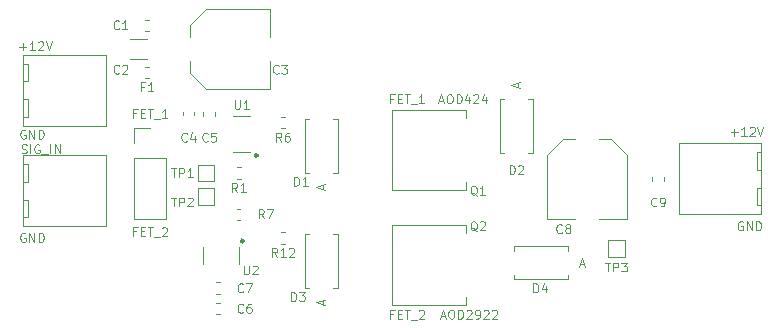
<source format=gbr>
G04 #@! TF.GenerationSoftware,KiCad,Pcbnew,(5.1.5)-3*
G04 #@! TF.CreationDate,2021-01-14T16:52:46-05:00*
G04 #@! TF.ProjectId,MOSFET_test_board,4d4f5346-4554-45f7-9465-73745f626f61,rev?*
G04 #@! TF.SameCoordinates,Original*
G04 #@! TF.FileFunction,Legend,Top*
G04 #@! TF.FilePolarity,Positive*
%FSLAX46Y46*%
G04 Gerber Fmt 4.6, Leading zero omitted, Abs format (unit mm)*
G04 Created by KiCad (PCBNEW (5.1.5)-3) date 2021-01-14 16:52:46*
%MOMM*%
%LPD*%
G04 APERTURE LIST*
%ADD10C,0.110000*%
%ADD11C,0.120000*%
%ADD12C,0.100000*%
%ADD13C,0.250000*%
G04 APERTURE END LIST*
D10*
X87678571Y-63125000D02*
X87607142Y-63089285D01*
X87500000Y-63089285D01*
X87392857Y-63125000D01*
X87321428Y-63196428D01*
X87285714Y-63267857D01*
X87250000Y-63410714D01*
X87250000Y-63517857D01*
X87285714Y-63660714D01*
X87321428Y-63732142D01*
X87392857Y-63803571D01*
X87500000Y-63839285D01*
X87571428Y-63839285D01*
X87678571Y-63803571D01*
X87714285Y-63767857D01*
X87714285Y-63517857D01*
X87571428Y-63517857D01*
X88035714Y-63839285D02*
X88035714Y-63089285D01*
X88464285Y-63839285D01*
X88464285Y-63089285D01*
X88821428Y-63839285D02*
X88821428Y-63089285D01*
X89000000Y-63089285D01*
X89107142Y-63125000D01*
X89178571Y-63196428D01*
X89214285Y-63267857D01*
X89250000Y-63410714D01*
X89250000Y-63517857D01*
X89214285Y-63660714D01*
X89178571Y-63732142D01*
X89107142Y-63803571D01*
X89000000Y-63839285D01*
X88821428Y-63839285D01*
X86678571Y-55553571D02*
X87250000Y-55553571D01*
X86964285Y-55839285D02*
X86964285Y-55267857D01*
X88000000Y-55839285D02*
X87571428Y-55839285D01*
X87785714Y-55839285D02*
X87785714Y-55089285D01*
X87714285Y-55196428D01*
X87642857Y-55267857D01*
X87571428Y-55303571D01*
X88285714Y-55160714D02*
X88321428Y-55125000D01*
X88392857Y-55089285D01*
X88571428Y-55089285D01*
X88642857Y-55125000D01*
X88678571Y-55160714D01*
X88714285Y-55232142D01*
X88714285Y-55303571D01*
X88678571Y-55410714D01*
X88250000Y-55839285D01*
X88714285Y-55839285D01*
X88928571Y-55089285D02*
X89178571Y-55839285D01*
X89428571Y-55089285D01*
X61982142Y-52875000D02*
X62339285Y-52875000D01*
X61910714Y-53089285D02*
X62160714Y-52339285D01*
X62410714Y-53089285D01*
X62803571Y-52339285D02*
X62946428Y-52339285D01*
X63017857Y-52375000D01*
X63089285Y-52446428D01*
X63125000Y-52589285D01*
X63125000Y-52839285D01*
X63089285Y-52982142D01*
X63017857Y-53053571D01*
X62946428Y-53089285D01*
X62803571Y-53089285D01*
X62732142Y-53053571D01*
X62660714Y-52982142D01*
X62625000Y-52839285D01*
X62625000Y-52589285D01*
X62660714Y-52446428D01*
X62732142Y-52375000D01*
X62803571Y-52339285D01*
X63446428Y-53089285D02*
X63446428Y-52339285D01*
X63625000Y-52339285D01*
X63732142Y-52375000D01*
X63803571Y-52446428D01*
X63839285Y-52517857D01*
X63875000Y-52660714D01*
X63875000Y-52767857D01*
X63839285Y-52910714D01*
X63803571Y-52982142D01*
X63732142Y-53053571D01*
X63625000Y-53089285D01*
X63446428Y-53089285D01*
X64517857Y-52589285D02*
X64517857Y-53089285D01*
X64339285Y-52303571D02*
X64160714Y-52839285D01*
X64625000Y-52839285D01*
X64875000Y-52410714D02*
X64910714Y-52375000D01*
X64982142Y-52339285D01*
X65160714Y-52339285D01*
X65232142Y-52375000D01*
X65267857Y-52410714D01*
X65303571Y-52482142D01*
X65303571Y-52553571D01*
X65267857Y-52660714D01*
X64839285Y-53089285D01*
X65303571Y-53089285D01*
X65946428Y-52589285D02*
X65946428Y-53089285D01*
X65767857Y-52303571D02*
X65589285Y-52839285D01*
X66053571Y-52839285D01*
X62125000Y-71125000D02*
X62482142Y-71125000D01*
X62053571Y-71339285D02*
X62303571Y-70589285D01*
X62553571Y-71339285D01*
X62946428Y-70589285D02*
X63089285Y-70589285D01*
X63160714Y-70625000D01*
X63232142Y-70696428D01*
X63267857Y-70839285D01*
X63267857Y-71089285D01*
X63232142Y-71232142D01*
X63160714Y-71303571D01*
X63089285Y-71339285D01*
X62946428Y-71339285D01*
X62875000Y-71303571D01*
X62803571Y-71232142D01*
X62767857Y-71089285D01*
X62767857Y-70839285D01*
X62803571Y-70696428D01*
X62875000Y-70625000D01*
X62946428Y-70589285D01*
X63589285Y-71339285D02*
X63589285Y-70589285D01*
X63767857Y-70589285D01*
X63875000Y-70625000D01*
X63946428Y-70696428D01*
X63982142Y-70767857D01*
X64017857Y-70910714D01*
X64017857Y-71017857D01*
X63982142Y-71160714D01*
X63946428Y-71232142D01*
X63875000Y-71303571D01*
X63767857Y-71339285D01*
X63589285Y-71339285D01*
X64303571Y-70660714D02*
X64339285Y-70625000D01*
X64410714Y-70589285D01*
X64589285Y-70589285D01*
X64660714Y-70625000D01*
X64696428Y-70660714D01*
X64732142Y-70732142D01*
X64732142Y-70803571D01*
X64696428Y-70910714D01*
X64267857Y-71339285D01*
X64732142Y-71339285D01*
X65089285Y-71339285D02*
X65232142Y-71339285D01*
X65303571Y-71303571D01*
X65339285Y-71267857D01*
X65410714Y-71160714D01*
X65446428Y-71017857D01*
X65446428Y-70732142D01*
X65410714Y-70660714D01*
X65375000Y-70625000D01*
X65303571Y-70589285D01*
X65160714Y-70589285D01*
X65089285Y-70625000D01*
X65053571Y-70660714D01*
X65017857Y-70732142D01*
X65017857Y-70910714D01*
X65053571Y-70982142D01*
X65089285Y-71017857D01*
X65160714Y-71053571D01*
X65303571Y-71053571D01*
X65375000Y-71017857D01*
X65410714Y-70982142D01*
X65446428Y-70910714D01*
X65732142Y-70660714D02*
X65767857Y-70625000D01*
X65839285Y-70589285D01*
X66017857Y-70589285D01*
X66089285Y-70625000D01*
X66125000Y-70660714D01*
X66160714Y-70732142D01*
X66160714Y-70803571D01*
X66125000Y-70910714D01*
X65696428Y-71339285D01*
X66160714Y-71339285D01*
X66446428Y-70660714D02*
X66482142Y-70625000D01*
X66553571Y-70589285D01*
X66732142Y-70589285D01*
X66803571Y-70625000D01*
X66839285Y-70660714D01*
X66875000Y-70732142D01*
X66875000Y-70803571D01*
X66839285Y-70910714D01*
X66410714Y-71339285D01*
X66875000Y-71339285D01*
X58089285Y-70946428D02*
X57839285Y-70946428D01*
X57839285Y-71339285D02*
X57839285Y-70589285D01*
X58196428Y-70589285D01*
X58482142Y-70946428D02*
X58732142Y-70946428D01*
X58839285Y-71339285D02*
X58482142Y-71339285D01*
X58482142Y-70589285D01*
X58839285Y-70589285D01*
X59053571Y-70589285D02*
X59482142Y-70589285D01*
X59267857Y-71339285D02*
X59267857Y-70589285D01*
X59553571Y-71410714D02*
X60125000Y-71410714D01*
X60267857Y-70660714D02*
X60303571Y-70625000D01*
X60375000Y-70589285D01*
X60553571Y-70589285D01*
X60625000Y-70625000D01*
X60660714Y-70660714D01*
X60696428Y-70732142D01*
X60696428Y-70803571D01*
X60660714Y-70910714D01*
X60232142Y-71339285D01*
X60696428Y-71339285D01*
X58089285Y-52696428D02*
X57839285Y-52696428D01*
X57839285Y-53089285D02*
X57839285Y-52339285D01*
X58196428Y-52339285D01*
X58482142Y-52696428D02*
X58732142Y-52696428D01*
X58839285Y-53089285D02*
X58482142Y-53089285D01*
X58482142Y-52339285D01*
X58839285Y-52339285D01*
X59053571Y-52339285D02*
X59482142Y-52339285D01*
X59267857Y-53089285D02*
X59267857Y-52339285D01*
X59553571Y-53160714D02*
X60125000Y-53160714D01*
X60696428Y-53089285D02*
X60267857Y-53089285D01*
X60482142Y-53089285D02*
X60482142Y-52339285D01*
X60410714Y-52446428D01*
X60339285Y-52517857D01*
X60267857Y-52553571D01*
X36339285Y-53946428D02*
X36089285Y-53946428D01*
X36089285Y-54339285D02*
X36089285Y-53589285D01*
X36446428Y-53589285D01*
X36732142Y-53946428D02*
X36982142Y-53946428D01*
X37089285Y-54339285D02*
X36732142Y-54339285D01*
X36732142Y-53589285D01*
X37089285Y-53589285D01*
X37303571Y-53589285D02*
X37732142Y-53589285D01*
X37517857Y-54339285D02*
X37517857Y-53589285D01*
X37803571Y-54410714D02*
X38375000Y-54410714D01*
X38946428Y-54339285D02*
X38517857Y-54339285D01*
X38732142Y-54339285D02*
X38732142Y-53589285D01*
X38660714Y-53696428D01*
X38589285Y-53767857D01*
X38517857Y-53803571D01*
X36339285Y-63946428D02*
X36089285Y-63946428D01*
X36089285Y-64339285D02*
X36089285Y-63589285D01*
X36446428Y-63589285D01*
X36732142Y-63946428D02*
X36982142Y-63946428D01*
X37089285Y-64339285D02*
X36732142Y-64339285D01*
X36732142Y-63589285D01*
X37089285Y-63589285D01*
X37303571Y-63589285D02*
X37732142Y-63589285D01*
X37517857Y-64339285D02*
X37517857Y-63589285D01*
X37803571Y-64410714D02*
X38375000Y-64410714D01*
X38517857Y-63660714D02*
X38553571Y-63625000D01*
X38625000Y-63589285D01*
X38803571Y-63589285D01*
X38875000Y-63625000D01*
X38910714Y-63660714D01*
X38946428Y-63732142D01*
X38946428Y-63803571D01*
X38910714Y-63910714D01*
X38482142Y-64339285D01*
X38946428Y-64339285D01*
X26625000Y-57303571D02*
X26732142Y-57339285D01*
X26910714Y-57339285D01*
X26982142Y-57303571D01*
X27017857Y-57267857D01*
X27053571Y-57196428D01*
X27053571Y-57125000D01*
X27017857Y-57053571D01*
X26982142Y-57017857D01*
X26910714Y-56982142D01*
X26767857Y-56946428D01*
X26696428Y-56910714D01*
X26660714Y-56875000D01*
X26625000Y-56803571D01*
X26625000Y-56732142D01*
X26660714Y-56660714D01*
X26696428Y-56625000D01*
X26767857Y-56589285D01*
X26946428Y-56589285D01*
X27053571Y-56625000D01*
X27375000Y-57339285D02*
X27375000Y-56589285D01*
X28125000Y-56625000D02*
X28053571Y-56589285D01*
X27946428Y-56589285D01*
X27839285Y-56625000D01*
X27767857Y-56696428D01*
X27732142Y-56767857D01*
X27696428Y-56910714D01*
X27696428Y-57017857D01*
X27732142Y-57160714D01*
X27767857Y-57232142D01*
X27839285Y-57303571D01*
X27946428Y-57339285D01*
X28017857Y-57339285D01*
X28125000Y-57303571D01*
X28160714Y-57267857D01*
X28160714Y-57017857D01*
X28017857Y-57017857D01*
X28303571Y-57410714D02*
X28875000Y-57410714D01*
X29053571Y-57339285D02*
X29053571Y-56589285D01*
X29410714Y-57339285D02*
X29410714Y-56589285D01*
X29839285Y-57339285D01*
X29839285Y-56589285D01*
X26928571Y-64125000D02*
X26857142Y-64089285D01*
X26750000Y-64089285D01*
X26642857Y-64125000D01*
X26571428Y-64196428D01*
X26535714Y-64267857D01*
X26500000Y-64410714D01*
X26500000Y-64517857D01*
X26535714Y-64660714D01*
X26571428Y-64732142D01*
X26642857Y-64803571D01*
X26750000Y-64839285D01*
X26821428Y-64839285D01*
X26928571Y-64803571D01*
X26964285Y-64767857D01*
X26964285Y-64517857D01*
X26821428Y-64517857D01*
X27285714Y-64839285D02*
X27285714Y-64089285D01*
X27714285Y-64839285D01*
X27714285Y-64089285D01*
X28071428Y-64839285D02*
X28071428Y-64089285D01*
X28250000Y-64089285D01*
X28357142Y-64125000D01*
X28428571Y-64196428D01*
X28464285Y-64267857D01*
X28500000Y-64410714D01*
X28500000Y-64517857D01*
X28464285Y-64660714D01*
X28428571Y-64732142D01*
X28357142Y-64803571D01*
X28250000Y-64839285D01*
X28071428Y-64839285D01*
X26928571Y-55375000D02*
X26857142Y-55339285D01*
X26750000Y-55339285D01*
X26642857Y-55375000D01*
X26571428Y-55446428D01*
X26535714Y-55517857D01*
X26500000Y-55660714D01*
X26500000Y-55767857D01*
X26535714Y-55910714D01*
X26571428Y-55982142D01*
X26642857Y-56053571D01*
X26750000Y-56089285D01*
X26821428Y-56089285D01*
X26928571Y-56053571D01*
X26964285Y-56017857D01*
X26964285Y-55767857D01*
X26821428Y-55767857D01*
X27285714Y-56089285D02*
X27285714Y-55339285D01*
X27714285Y-56089285D01*
X27714285Y-55339285D01*
X28071428Y-56089285D02*
X28071428Y-55339285D01*
X28250000Y-55339285D01*
X28357142Y-55375000D01*
X28428571Y-55446428D01*
X28464285Y-55517857D01*
X28500000Y-55660714D01*
X28500000Y-55767857D01*
X28464285Y-55910714D01*
X28428571Y-55982142D01*
X28357142Y-56053571D01*
X28250000Y-56089285D01*
X28071428Y-56089285D01*
X26428571Y-48303571D02*
X27000000Y-48303571D01*
X26714285Y-48589285D02*
X26714285Y-48017857D01*
X27750000Y-48589285D02*
X27321428Y-48589285D01*
X27535714Y-48589285D02*
X27535714Y-47839285D01*
X27464285Y-47946428D01*
X27392857Y-48017857D01*
X27321428Y-48053571D01*
X28035714Y-47910714D02*
X28071428Y-47875000D01*
X28142857Y-47839285D01*
X28321428Y-47839285D01*
X28392857Y-47875000D01*
X28428571Y-47910714D01*
X28464285Y-47982142D01*
X28464285Y-48053571D01*
X28428571Y-48160714D01*
X28000000Y-48589285D01*
X28464285Y-48589285D01*
X28678571Y-47839285D02*
X28928571Y-48589285D01*
X29178571Y-47839285D01*
D11*
X36170000Y-55170000D02*
X37500000Y-55170000D01*
X36170000Y-56500000D02*
X36170000Y-55170000D01*
X36170000Y-57770000D02*
X38830000Y-57770000D01*
X38830000Y-57770000D02*
X38830000Y-62910000D01*
X36170000Y-57770000D02*
X36170000Y-62910000D01*
X36170000Y-62910000D02*
X38830000Y-62910000D01*
X80980000Y-59345000D02*
X80980000Y-59655000D01*
X80020000Y-59345000D02*
X80020000Y-59655000D01*
D12*
X88850000Y-57250000D02*
X89250000Y-57250000D01*
X88850000Y-58750000D02*
X88850000Y-57250000D01*
X89250000Y-58750000D02*
X88850000Y-58750000D01*
X88850000Y-60250000D02*
X89250000Y-60250000D01*
X88850000Y-61750000D02*
X88850000Y-60250000D01*
X89250000Y-61750000D02*
X88850000Y-61750000D01*
X89250000Y-56500000D02*
X89250000Y-62500000D01*
X82250000Y-62500000D02*
X82250000Y-56500000D01*
X82250000Y-56500000D02*
X89250000Y-56500000D01*
X82250000Y-62500000D02*
X89250000Y-62500000D01*
X27150000Y-62750000D02*
X26750000Y-62750000D01*
X27150000Y-61250000D02*
X27150000Y-62750000D01*
X26750000Y-61250000D02*
X27150000Y-61250000D01*
X27150000Y-59750000D02*
X26750000Y-59750000D01*
X27150000Y-58250000D02*
X27150000Y-59750000D01*
X26750000Y-58250000D02*
X27150000Y-58250000D01*
X26750000Y-63500000D02*
X26750000Y-57500000D01*
X33750000Y-57500000D02*
X33750000Y-63500000D01*
X33750000Y-63500000D02*
X26750000Y-63500000D01*
X33750000Y-57500000D02*
X26750000Y-57500000D01*
X33750000Y-49000000D02*
X26750000Y-49000000D01*
X33750000Y-55000000D02*
X26750000Y-55000000D01*
X33750000Y-49000000D02*
X33750000Y-55000000D01*
X26750000Y-55000000D02*
X26750000Y-49000000D01*
X26750000Y-49750000D02*
X27150000Y-49750000D01*
X27150000Y-49750000D02*
X27150000Y-51250000D01*
X27150000Y-51250000D02*
X26750000Y-51250000D01*
X26750000Y-52750000D02*
X27150000Y-52750000D01*
X27150000Y-52750000D02*
X27150000Y-54250000D01*
X27150000Y-54250000D02*
X26750000Y-54250000D01*
D13*
X45425000Y-64750000D02*
G75*
G03X45425000Y-64750000I-125000J0D01*
G01*
D11*
X45020000Y-65300000D02*
X45020000Y-66700000D01*
X41980000Y-65300000D02*
X41980000Y-66700000D01*
D13*
X46625000Y-57500000D02*
G75*
G03X46625000Y-57500000I-125000J0D01*
G01*
D11*
X45950000Y-57220000D02*
X44550000Y-57220000D01*
X45950000Y-54180000D02*
X44550000Y-54180000D01*
X77700000Y-64700000D02*
X77700000Y-66100000D01*
X76300000Y-64700000D02*
X77700000Y-64700000D01*
X76300000Y-66100000D02*
X76300000Y-64700000D01*
X77700000Y-66100000D02*
X76300000Y-66100000D01*
X41550000Y-61700000D02*
X41550000Y-60300000D01*
X42950000Y-61700000D02*
X41550000Y-61700000D01*
X42950000Y-60300000D02*
X42950000Y-61700000D01*
X41550000Y-60300000D02*
X42950000Y-60300000D01*
X41550000Y-59700000D02*
X41550000Y-58300000D01*
X42950000Y-59700000D02*
X41550000Y-59700000D01*
X42950000Y-58300000D02*
X42950000Y-59700000D01*
X41550000Y-58300000D02*
X42950000Y-58300000D01*
X48905000Y-64980000D02*
X48595000Y-64980000D01*
X48905000Y-64020000D02*
X48595000Y-64020000D01*
X44845000Y-62980000D02*
X45155000Y-62980000D01*
X44845000Y-62020000D02*
X45155000Y-62020000D01*
X48905000Y-55230000D02*
X48595000Y-55230000D01*
X48905000Y-54270000D02*
X48595000Y-54270000D01*
X44855000Y-59480000D02*
X45165000Y-59480000D01*
X44855000Y-58520000D02*
X45165000Y-58520000D01*
X64246000Y-69511000D02*
X64246000Y-70186000D01*
X64246000Y-70186000D02*
X58026000Y-70186000D01*
X58026000Y-70186000D02*
X58026000Y-63386000D01*
X58026000Y-63386000D02*
X64246000Y-63386000D01*
X64246000Y-63386000D02*
X64246000Y-64061000D01*
X64246000Y-59761000D02*
X64246000Y-60436000D01*
X64246000Y-60436000D02*
X58026000Y-60436000D01*
X58026000Y-60436000D02*
X58026000Y-53636000D01*
X58026000Y-53636000D02*
X64246000Y-53636000D01*
X64246000Y-53636000D02*
X64246000Y-54311000D01*
X37405000Y-50020000D02*
X37095000Y-50020000D01*
X37405000Y-50980000D02*
X37095000Y-50980000D01*
X68300000Y-65585000D02*
X68300000Y-65200000D01*
X72900000Y-67615000D02*
X72900000Y-68000000D01*
X72900000Y-68000000D02*
X68300000Y-68000000D01*
X68300000Y-68000000D02*
X68300000Y-67615000D01*
X68300000Y-65200000D02*
X72900000Y-65200000D01*
X72900000Y-65200000D02*
X72900000Y-65585000D01*
X53015000Y-64165000D02*
X53400000Y-64165000D01*
X50985000Y-68765000D02*
X50600000Y-68765000D01*
X50600000Y-68765000D02*
X50600000Y-64165000D01*
X50600000Y-64165000D02*
X50985000Y-64165000D01*
X53400000Y-64165000D02*
X53400000Y-68765000D01*
X53400000Y-68765000D02*
X53015000Y-68765000D01*
X67485000Y-57335000D02*
X67100000Y-57335000D01*
X69515000Y-52735000D02*
X69900000Y-52735000D01*
X69900000Y-52735000D02*
X69900000Y-57335000D01*
X69900000Y-57335000D02*
X69515000Y-57335000D01*
X67100000Y-57335000D02*
X67100000Y-52735000D01*
X67100000Y-52735000D02*
X67485000Y-52735000D01*
X53015000Y-54415000D02*
X53400000Y-54415000D01*
X50985000Y-59015000D02*
X50600000Y-59015000D01*
X50600000Y-59015000D02*
X50600000Y-54415000D01*
X50600000Y-54415000D02*
X50985000Y-54415000D01*
X53400000Y-54415000D02*
X53400000Y-59015000D01*
X53400000Y-59015000D02*
X53015000Y-59015000D01*
X75490000Y-62900000D02*
X77900000Y-62900000D01*
X77900000Y-62900000D02*
X77900000Y-57460000D01*
X77900000Y-57460000D02*
X76540000Y-56100000D01*
X76540000Y-56100000D02*
X75490000Y-56100000D01*
X73510000Y-62900000D02*
X71100000Y-62900000D01*
X71100000Y-62900000D02*
X71100000Y-57460000D01*
X71100000Y-57460000D02*
X72460000Y-56100000D01*
X72460000Y-56100000D02*
X73510000Y-56100000D01*
X43095000Y-69230000D02*
X43405000Y-69230000D01*
X43095000Y-68270000D02*
X43405000Y-68270000D01*
X43095000Y-70980000D02*
X43405000Y-70980000D01*
X43095000Y-70020000D02*
X43405000Y-70020000D01*
X42980000Y-54145000D02*
X42980000Y-53835000D01*
X42020000Y-54145000D02*
X42020000Y-53835000D01*
X41230000Y-54135000D02*
X41230000Y-53825000D01*
X40270000Y-54135000D02*
X40270000Y-53825000D01*
X40850000Y-50540000D02*
X40850000Y-49490000D01*
X42210000Y-51900000D02*
X40850000Y-50540000D01*
X47650000Y-51900000D02*
X42210000Y-51900000D01*
X47650000Y-49490000D02*
X47650000Y-51900000D01*
X40850000Y-46460000D02*
X40850000Y-47510000D01*
X42210000Y-45100000D02*
X40850000Y-46460000D01*
X47650000Y-45100000D02*
X42210000Y-45100000D01*
X47650000Y-47510000D02*
X47650000Y-45100000D01*
X37255000Y-47620000D02*
X35805000Y-47620000D01*
X37255000Y-49380000D02*
X35805000Y-49380000D01*
X37395000Y-46020000D02*
X37085000Y-46020000D01*
X37395000Y-46980000D02*
X37085000Y-46980000D01*
D10*
X80375000Y-61767857D02*
X80339285Y-61803571D01*
X80232142Y-61839285D01*
X80160714Y-61839285D01*
X80053571Y-61803571D01*
X79982142Y-61732142D01*
X79946428Y-61660714D01*
X79910714Y-61517857D01*
X79910714Y-61410714D01*
X79946428Y-61267857D01*
X79982142Y-61196428D01*
X80053571Y-61125000D01*
X80160714Y-61089285D01*
X80232142Y-61089285D01*
X80339285Y-61125000D01*
X80375000Y-61160714D01*
X80732142Y-61839285D02*
X80875000Y-61839285D01*
X80946428Y-61803571D01*
X80982142Y-61767857D01*
X81053571Y-61660714D01*
X81089285Y-61517857D01*
X81089285Y-61232142D01*
X81053571Y-61160714D01*
X81017857Y-61125000D01*
X80946428Y-61089285D01*
X80803571Y-61089285D01*
X80732142Y-61125000D01*
X80696428Y-61160714D01*
X80660714Y-61232142D01*
X80660714Y-61410714D01*
X80696428Y-61482142D01*
X80732142Y-61517857D01*
X80803571Y-61553571D01*
X80946428Y-61553571D01*
X81017857Y-61517857D01*
X81053571Y-61482142D01*
X81089285Y-61410714D01*
X45428571Y-66839285D02*
X45428571Y-67446428D01*
X45464285Y-67517857D01*
X45500000Y-67553571D01*
X45571428Y-67589285D01*
X45714285Y-67589285D01*
X45785714Y-67553571D01*
X45821428Y-67517857D01*
X45857142Y-67446428D01*
X45857142Y-66839285D01*
X46178571Y-66910714D02*
X46214285Y-66875000D01*
X46285714Y-66839285D01*
X46464285Y-66839285D01*
X46535714Y-66875000D01*
X46571428Y-66910714D01*
X46607142Y-66982142D01*
X46607142Y-67053571D01*
X46571428Y-67160714D01*
X46142857Y-67589285D01*
X46607142Y-67589285D01*
X44678571Y-52839285D02*
X44678571Y-53446428D01*
X44714285Y-53517857D01*
X44750000Y-53553571D01*
X44821428Y-53589285D01*
X44964285Y-53589285D01*
X45035714Y-53553571D01*
X45071428Y-53517857D01*
X45107142Y-53446428D01*
X45107142Y-52839285D01*
X45857142Y-53589285D02*
X45428571Y-53589285D01*
X45642857Y-53589285D02*
X45642857Y-52839285D01*
X45571428Y-52946428D01*
X45500000Y-53017857D01*
X45428571Y-53053571D01*
X76053571Y-66589285D02*
X76482142Y-66589285D01*
X76267857Y-67339285D02*
X76267857Y-66589285D01*
X76732142Y-67339285D02*
X76732142Y-66589285D01*
X77017857Y-66589285D01*
X77089285Y-66625000D01*
X77125000Y-66660714D01*
X77160714Y-66732142D01*
X77160714Y-66839285D01*
X77125000Y-66910714D01*
X77089285Y-66946428D01*
X77017857Y-66982142D01*
X76732142Y-66982142D01*
X77410714Y-66589285D02*
X77875000Y-66589285D01*
X77625000Y-66875000D01*
X77732142Y-66875000D01*
X77803571Y-66910714D01*
X77839285Y-66946428D01*
X77875000Y-67017857D01*
X77875000Y-67196428D01*
X77839285Y-67267857D01*
X77803571Y-67303571D01*
X77732142Y-67339285D01*
X77517857Y-67339285D01*
X77446428Y-67303571D01*
X77410714Y-67267857D01*
X39303571Y-61089285D02*
X39732142Y-61089285D01*
X39517857Y-61839285D02*
X39517857Y-61089285D01*
X39982142Y-61839285D02*
X39982142Y-61089285D01*
X40267857Y-61089285D01*
X40339285Y-61125000D01*
X40375000Y-61160714D01*
X40410714Y-61232142D01*
X40410714Y-61339285D01*
X40375000Y-61410714D01*
X40339285Y-61446428D01*
X40267857Y-61482142D01*
X39982142Y-61482142D01*
X40696428Y-61160714D02*
X40732142Y-61125000D01*
X40803571Y-61089285D01*
X40982142Y-61089285D01*
X41053571Y-61125000D01*
X41089285Y-61160714D01*
X41125000Y-61232142D01*
X41125000Y-61303571D01*
X41089285Y-61410714D01*
X40660714Y-61839285D01*
X41125000Y-61839285D01*
X39303571Y-58589285D02*
X39732142Y-58589285D01*
X39517857Y-59339285D02*
X39517857Y-58589285D01*
X39982142Y-59339285D02*
X39982142Y-58589285D01*
X40267857Y-58589285D01*
X40339285Y-58625000D01*
X40375000Y-58660714D01*
X40410714Y-58732142D01*
X40410714Y-58839285D01*
X40375000Y-58910714D01*
X40339285Y-58946428D01*
X40267857Y-58982142D01*
X39982142Y-58982142D01*
X41125000Y-59339285D02*
X40696428Y-59339285D01*
X40910714Y-59339285D02*
X40910714Y-58589285D01*
X40839285Y-58696428D01*
X40767857Y-58767857D01*
X40696428Y-58803571D01*
X48267857Y-66089285D02*
X48017857Y-65732142D01*
X47839285Y-66089285D02*
X47839285Y-65339285D01*
X48125000Y-65339285D01*
X48196428Y-65375000D01*
X48232142Y-65410714D01*
X48267857Y-65482142D01*
X48267857Y-65589285D01*
X48232142Y-65660714D01*
X48196428Y-65696428D01*
X48125000Y-65732142D01*
X47839285Y-65732142D01*
X48982142Y-66089285D02*
X48553571Y-66089285D01*
X48767857Y-66089285D02*
X48767857Y-65339285D01*
X48696428Y-65446428D01*
X48625000Y-65517857D01*
X48553571Y-65553571D01*
X49267857Y-65410714D02*
X49303571Y-65375000D01*
X49375000Y-65339285D01*
X49553571Y-65339285D01*
X49625000Y-65375000D01*
X49660714Y-65410714D01*
X49696428Y-65482142D01*
X49696428Y-65553571D01*
X49660714Y-65660714D01*
X49232142Y-66089285D01*
X49696428Y-66089285D01*
X47125000Y-62839285D02*
X46875000Y-62482142D01*
X46696428Y-62839285D02*
X46696428Y-62089285D01*
X46982142Y-62089285D01*
X47053571Y-62125000D01*
X47089285Y-62160714D01*
X47125000Y-62232142D01*
X47125000Y-62339285D01*
X47089285Y-62410714D01*
X47053571Y-62446428D01*
X46982142Y-62482142D01*
X46696428Y-62482142D01*
X47375000Y-62089285D02*
X47875000Y-62089285D01*
X47553571Y-62839285D01*
X48625000Y-56339285D02*
X48375000Y-55982142D01*
X48196428Y-56339285D02*
X48196428Y-55589285D01*
X48482142Y-55589285D01*
X48553571Y-55625000D01*
X48589285Y-55660714D01*
X48625000Y-55732142D01*
X48625000Y-55839285D01*
X48589285Y-55910714D01*
X48553571Y-55946428D01*
X48482142Y-55982142D01*
X48196428Y-55982142D01*
X49267857Y-55589285D02*
X49125000Y-55589285D01*
X49053571Y-55625000D01*
X49017857Y-55660714D01*
X48946428Y-55767857D01*
X48910714Y-55910714D01*
X48910714Y-56196428D01*
X48946428Y-56267857D01*
X48982142Y-56303571D01*
X49053571Y-56339285D01*
X49196428Y-56339285D01*
X49267857Y-56303571D01*
X49303571Y-56267857D01*
X49339285Y-56196428D01*
X49339285Y-56017857D01*
X49303571Y-55946428D01*
X49267857Y-55910714D01*
X49196428Y-55875000D01*
X49053571Y-55875000D01*
X48982142Y-55910714D01*
X48946428Y-55946428D01*
X48910714Y-56017857D01*
X44885000Y-60589285D02*
X44635000Y-60232142D01*
X44456428Y-60589285D02*
X44456428Y-59839285D01*
X44742142Y-59839285D01*
X44813571Y-59875000D01*
X44849285Y-59910714D01*
X44885000Y-59982142D01*
X44885000Y-60089285D01*
X44849285Y-60160714D01*
X44813571Y-60196428D01*
X44742142Y-60232142D01*
X44456428Y-60232142D01*
X45599285Y-60589285D02*
X45170714Y-60589285D01*
X45385000Y-60589285D02*
X45385000Y-59839285D01*
X45313571Y-59946428D01*
X45242142Y-60017857D01*
X45170714Y-60053571D01*
X65178571Y-63910714D02*
X65107142Y-63875000D01*
X65035714Y-63803571D01*
X64928571Y-63696428D01*
X64857142Y-63660714D01*
X64785714Y-63660714D01*
X64821428Y-63839285D02*
X64750000Y-63803571D01*
X64678571Y-63732142D01*
X64642857Y-63589285D01*
X64642857Y-63339285D01*
X64678571Y-63196428D01*
X64750000Y-63125000D01*
X64821428Y-63089285D01*
X64964285Y-63089285D01*
X65035714Y-63125000D01*
X65107142Y-63196428D01*
X65142857Y-63339285D01*
X65142857Y-63589285D01*
X65107142Y-63732142D01*
X65035714Y-63803571D01*
X64964285Y-63839285D01*
X64821428Y-63839285D01*
X65428571Y-63160714D02*
X65464285Y-63125000D01*
X65535714Y-63089285D01*
X65714285Y-63089285D01*
X65785714Y-63125000D01*
X65821428Y-63160714D01*
X65857142Y-63232142D01*
X65857142Y-63303571D01*
X65821428Y-63410714D01*
X65392857Y-63839285D01*
X65857142Y-63839285D01*
X65178571Y-60910714D02*
X65107142Y-60875000D01*
X65035714Y-60803571D01*
X64928571Y-60696428D01*
X64857142Y-60660714D01*
X64785714Y-60660714D01*
X64821428Y-60839285D02*
X64750000Y-60803571D01*
X64678571Y-60732142D01*
X64642857Y-60589285D01*
X64642857Y-60339285D01*
X64678571Y-60196428D01*
X64750000Y-60125000D01*
X64821428Y-60089285D01*
X64964285Y-60089285D01*
X65035714Y-60125000D01*
X65107142Y-60196428D01*
X65142857Y-60339285D01*
X65142857Y-60589285D01*
X65107142Y-60732142D01*
X65035714Y-60803571D01*
X64964285Y-60839285D01*
X64821428Y-60839285D01*
X65857142Y-60839285D02*
X65428571Y-60839285D01*
X65642857Y-60839285D02*
X65642857Y-60089285D01*
X65571428Y-60196428D01*
X65500000Y-60267857D01*
X65428571Y-60303571D01*
X37000000Y-51696428D02*
X36750000Y-51696428D01*
X36750000Y-52089285D02*
X36750000Y-51339285D01*
X37107142Y-51339285D01*
X37785714Y-52089285D02*
X37357142Y-52089285D01*
X37571428Y-52089285D02*
X37571428Y-51339285D01*
X37500000Y-51446428D01*
X37428571Y-51517857D01*
X37357142Y-51553571D01*
X69946428Y-69089285D02*
X69946428Y-68339285D01*
X70125000Y-68339285D01*
X70232142Y-68375000D01*
X70303571Y-68446428D01*
X70339285Y-68517857D01*
X70375000Y-68660714D01*
X70375000Y-68767857D01*
X70339285Y-68910714D01*
X70303571Y-68982142D01*
X70232142Y-69053571D01*
X70125000Y-69089285D01*
X69946428Y-69089285D01*
X71017857Y-68589285D02*
X71017857Y-69089285D01*
X70839285Y-68303571D02*
X70660714Y-68839285D01*
X71125000Y-68839285D01*
X73921428Y-66725000D02*
X74278571Y-66725000D01*
X73850000Y-66939285D02*
X74100000Y-66189285D01*
X74350000Y-66939285D01*
X49446428Y-69839285D02*
X49446428Y-69089285D01*
X49625000Y-69089285D01*
X49732142Y-69125000D01*
X49803571Y-69196428D01*
X49839285Y-69267857D01*
X49875000Y-69410714D01*
X49875000Y-69517857D01*
X49839285Y-69660714D01*
X49803571Y-69732142D01*
X49732142Y-69803571D01*
X49625000Y-69839285D01*
X49446428Y-69839285D01*
X50125000Y-69089285D02*
X50589285Y-69089285D01*
X50339285Y-69375000D01*
X50446428Y-69375000D01*
X50517857Y-69410714D01*
X50553571Y-69446428D01*
X50589285Y-69517857D01*
X50589285Y-69696428D01*
X50553571Y-69767857D01*
X50517857Y-69803571D01*
X50446428Y-69839285D01*
X50232142Y-69839285D01*
X50160714Y-69803571D01*
X50125000Y-69767857D01*
X52125000Y-70143571D02*
X52125000Y-69786428D01*
X52339285Y-70215000D02*
X51589285Y-69965000D01*
X52339285Y-69715000D01*
X67946428Y-59089285D02*
X67946428Y-58339285D01*
X68125000Y-58339285D01*
X68232142Y-58375000D01*
X68303571Y-58446428D01*
X68339285Y-58517857D01*
X68375000Y-58660714D01*
X68375000Y-58767857D01*
X68339285Y-58910714D01*
X68303571Y-58982142D01*
X68232142Y-59053571D01*
X68125000Y-59089285D01*
X67946428Y-59089285D01*
X68660714Y-58410714D02*
X68696428Y-58375000D01*
X68767857Y-58339285D01*
X68946428Y-58339285D01*
X69017857Y-58375000D01*
X69053571Y-58410714D01*
X69089285Y-58482142D01*
X69089285Y-58553571D01*
X69053571Y-58660714D01*
X68625000Y-59089285D01*
X69089285Y-59089285D01*
X68625000Y-51713571D02*
X68625000Y-51356428D01*
X68839285Y-51785000D02*
X68089285Y-51535000D01*
X68839285Y-51285000D01*
X49696428Y-60089285D02*
X49696428Y-59339285D01*
X49875000Y-59339285D01*
X49982142Y-59375000D01*
X50053571Y-59446428D01*
X50089285Y-59517857D01*
X50125000Y-59660714D01*
X50125000Y-59767857D01*
X50089285Y-59910714D01*
X50053571Y-59982142D01*
X49982142Y-60053571D01*
X49875000Y-60089285D01*
X49696428Y-60089285D01*
X50839285Y-60089285D02*
X50410714Y-60089285D01*
X50625000Y-60089285D02*
X50625000Y-59339285D01*
X50553571Y-59446428D01*
X50482142Y-59517857D01*
X50410714Y-59553571D01*
X52125000Y-60393571D02*
X52125000Y-60036428D01*
X52339285Y-60465000D02*
X51589285Y-60215000D01*
X52339285Y-59965000D01*
X72375000Y-64017857D02*
X72339285Y-64053571D01*
X72232142Y-64089285D01*
X72160714Y-64089285D01*
X72053571Y-64053571D01*
X71982142Y-63982142D01*
X71946428Y-63910714D01*
X71910714Y-63767857D01*
X71910714Y-63660714D01*
X71946428Y-63517857D01*
X71982142Y-63446428D01*
X72053571Y-63375000D01*
X72160714Y-63339285D01*
X72232142Y-63339285D01*
X72339285Y-63375000D01*
X72375000Y-63410714D01*
X72803571Y-63660714D02*
X72732142Y-63625000D01*
X72696428Y-63589285D01*
X72660714Y-63517857D01*
X72660714Y-63482142D01*
X72696428Y-63410714D01*
X72732142Y-63375000D01*
X72803571Y-63339285D01*
X72946428Y-63339285D01*
X73017857Y-63375000D01*
X73053571Y-63410714D01*
X73089285Y-63482142D01*
X73089285Y-63517857D01*
X73053571Y-63589285D01*
X73017857Y-63625000D01*
X72946428Y-63660714D01*
X72803571Y-63660714D01*
X72732142Y-63696428D01*
X72696428Y-63732142D01*
X72660714Y-63803571D01*
X72660714Y-63946428D01*
X72696428Y-64017857D01*
X72732142Y-64053571D01*
X72803571Y-64089285D01*
X72946428Y-64089285D01*
X73017857Y-64053571D01*
X73053571Y-64017857D01*
X73089285Y-63946428D01*
X73089285Y-63803571D01*
X73053571Y-63732142D01*
X73017857Y-63696428D01*
X72946428Y-63660714D01*
X45375000Y-69017857D02*
X45339285Y-69053571D01*
X45232142Y-69089285D01*
X45160714Y-69089285D01*
X45053571Y-69053571D01*
X44982142Y-68982142D01*
X44946428Y-68910714D01*
X44910714Y-68767857D01*
X44910714Y-68660714D01*
X44946428Y-68517857D01*
X44982142Y-68446428D01*
X45053571Y-68375000D01*
X45160714Y-68339285D01*
X45232142Y-68339285D01*
X45339285Y-68375000D01*
X45375000Y-68410714D01*
X45625000Y-68339285D02*
X46125000Y-68339285D01*
X45803571Y-69089285D01*
X45375000Y-70767857D02*
X45339285Y-70803571D01*
X45232142Y-70839285D01*
X45160714Y-70839285D01*
X45053571Y-70803571D01*
X44982142Y-70732142D01*
X44946428Y-70660714D01*
X44910714Y-70517857D01*
X44910714Y-70410714D01*
X44946428Y-70267857D01*
X44982142Y-70196428D01*
X45053571Y-70125000D01*
X45160714Y-70089285D01*
X45232142Y-70089285D01*
X45339285Y-70125000D01*
X45375000Y-70160714D01*
X46017857Y-70089285D02*
X45875000Y-70089285D01*
X45803571Y-70125000D01*
X45767857Y-70160714D01*
X45696428Y-70267857D01*
X45660714Y-70410714D01*
X45660714Y-70696428D01*
X45696428Y-70767857D01*
X45732142Y-70803571D01*
X45803571Y-70839285D01*
X45946428Y-70839285D01*
X46017857Y-70803571D01*
X46053571Y-70767857D01*
X46089285Y-70696428D01*
X46089285Y-70517857D01*
X46053571Y-70446428D01*
X46017857Y-70410714D01*
X45946428Y-70375000D01*
X45803571Y-70375000D01*
X45732142Y-70410714D01*
X45696428Y-70446428D01*
X45660714Y-70517857D01*
X42375000Y-56267857D02*
X42339285Y-56303571D01*
X42232142Y-56339285D01*
X42160714Y-56339285D01*
X42053571Y-56303571D01*
X41982142Y-56232142D01*
X41946428Y-56160714D01*
X41910714Y-56017857D01*
X41910714Y-55910714D01*
X41946428Y-55767857D01*
X41982142Y-55696428D01*
X42053571Y-55625000D01*
X42160714Y-55589285D01*
X42232142Y-55589285D01*
X42339285Y-55625000D01*
X42375000Y-55660714D01*
X43053571Y-55589285D02*
X42696428Y-55589285D01*
X42660714Y-55946428D01*
X42696428Y-55910714D01*
X42767857Y-55875000D01*
X42946428Y-55875000D01*
X43017857Y-55910714D01*
X43053571Y-55946428D01*
X43089285Y-56017857D01*
X43089285Y-56196428D01*
X43053571Y-56267857D01*
X43017857Y-56303571D01*
X42946428Y-56339285D01*
X42767857Y-56339285D01*
X42696428Y-56303571D01*
X42660714Y-56267857D01*
X40625000Y-56267857D02*
X40589285Y-56303571D01*
X40482142Y-56339285D01*
X40410714Y-56339285D01*
X40303571Y-56303571D01*
X40232142Y-56232142D01*
X40196428Y-56160714D01*
X40160714Y-56017857D01*
X40160714Y-55910714D01*
X40196428Y-55767857D01*
X40232142Y-55696428D01*
X40303571Y-55625000D01*
X40410714Y-55589285D01*
X40482142Y-55589285D01*
X40589285Y-55625000D01*
X40625000Y-55660714D01*
X41267857Y-55839285D02*
X41267857Y-56339285D01*
X41089285Y-55553571D02*
X40910714Y-56089285D01*
X41375000Y-56089285D01*
X48375000Y-50517857D02*
X48339285Y-50553571D01*
X48232142Y-50589285D01*
X48160714Y-50589285D01*
X48053571Y-50553571D01*
X47982142Y-50482142D01*
X47946428Y-50410714D01*
X47910714Y-50267857D01*
X47910714Y-50160714D01*
X47946428Y-50017857D01*
X47982142Y-49946428D01*
X48053571Y-49875000D01*
X48160714Y-49839285D01*
X48232142Y-49839285D01*
X48339285Y-49875000D01*
X48375000Y-49910714D01*
X48625000Y-49839285D02*
X49089285Y-49839285D01*
X48839285Y-50125000D01*
X48946428Y-50125000D01*
X49017857Y-50160714D01*
X49053571Y-50196428D01*
X49089285Y-50267857D01*
X49089285Y-50446428D01*
X49053571Y-50517857D01*
X49017857Y-50553571D01*
X48946428Y-50589285D01*
X48732142Y-50589285D01*
X48660714Y-50553571D01*
X48625000Y-50517857D01*
X34875000Y-50517857D02*
X34839285Y-50553571D01*
X34732142Y-50589285D01*
X34660714Y-50589285D01*
X34553571Y-50553571D01*
X34482142Y-50482142D01*
X34446428Y-50410714D01*
X34410714Y-50267857D01*
X34410714Y-50160714D01*
X34446428Y-50017857D01*
X34482142Y-49946428D01*
X34553571Y-49875000D01*
X34660714Y-49839285D01*
X34732142Y-49839285D01*
X34839285Y-49875000D01*
X34875000Y-49910714D01*
X35160714Y-49910714D02*
X35196428Y-49875000D01*
X35267857Y-49839285D01*
X35446428Y-49839285D01*
X35517857Y-49875000D01*
X35553571Y-49910714D01*
X35589285Y-49982142D01*
X35589285Y-50053571D01*
X35553571Y-50160714D01*
X35125000Y-50589285D01*
X35589285Y-50589285D01*
X34875000Y-46767857D02*
X34839285Y-46803571D01*
X34732142Y-46839285D01*
X34660714Y-46839285D01*
X34553571Y-46803571D01*
X34482142Y-46732142D01*
X34446428Y-46660714D01*
X34410714Y-46517857D01*
X34410714Y-46410714D01*
X34446428Y-46267857D01*
X34482142Y-46196428D01*
X34553571Y-46125000D01*
X34660714Y-46089285D01*
X34732142Y-46089285D01*
X34839285Y-46125000D01*
X34875000Y-46160714D01*
X35589285Y-46839285D02*
X35160714Y-46839285D01*
X35375000Y-46839285D02*
X35375000Y-46089285D01*
X35303571Y-46196428D01*
X35232142Y-46267857D01*
X35160714Y-46303571D01*
M02*

</source>
